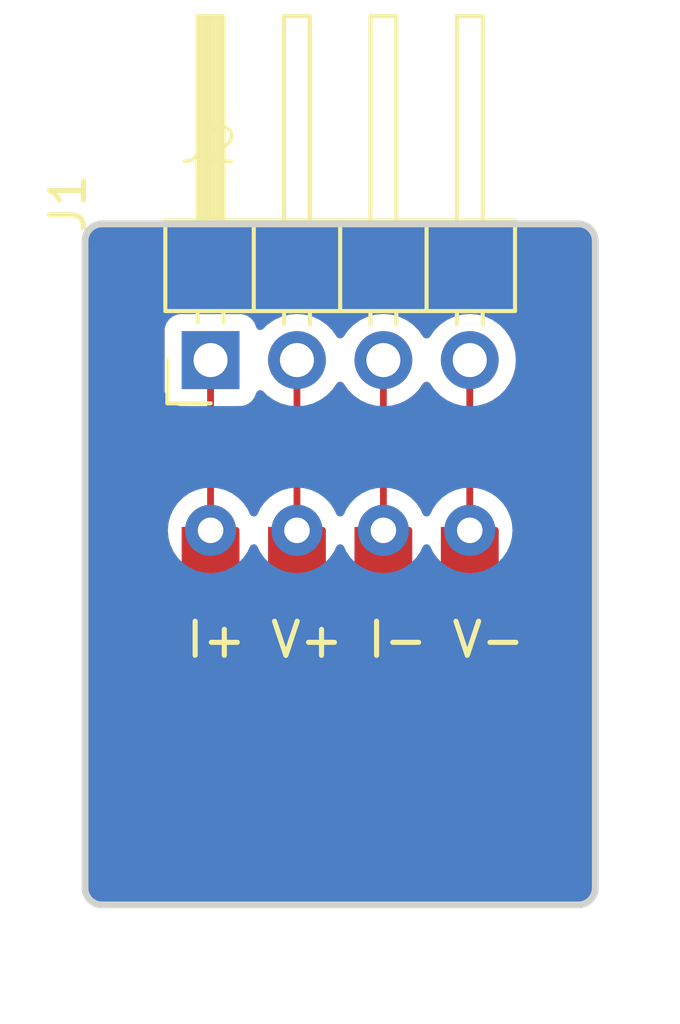
<source format=kicad_pcb>
(kicad_pcb (version 20221018) (generator pcbnew)
  (layers (0 "F.Cu" signal) (31 "B.Cu" signal) (34 "B.Paste" user) (35 "F.Paste" user) (36 "B.SilkS" user "B.Silkscreen") (37 "F.SilkS" user "F.Silkscreen") (38 "B.Mask" user) (39 "F.Mask" user) (44 "Edge.Cuts" user))
  (net 0 "")
  (net 1 "/I+")
  (net 2 "/V+")
  (net 3 "/I-")
  (net 4 "/V-")
  (footprint "0_Library:Solder_pad" (layer "F.Cu") (at -3.81 5)
    (fp_text reference "J2" (at -0.05 -11.3 unlocked) (layer "F.SilkS") (effects (font (thickness 0.1))))
    (fp_text value "Conn_01x04")
    (fp_rect (start -0.75 0) (end 0.75 3) (stroke (width 0.2)) (fill solid) (layer "F.Cu"))
    (fp_rect (start 1.79 0) (end 3.29 3) (stroke (width 0.2)) (fill solid) (layer "F.Cu"))
    (fp_rect (start 4.33 0) (end 5.83 3) (stroke (width 0.2)) (fill solid) (layer "F.Cu"))
    (fp_rect (start 6.87 0) (end 8.37 3) (stroke (width 0.2)) (fill solid) (layer "F.Cu"))
    (pad "1" thru_hole circle (at 0 0) (size 1.5 1.5) (drill 0.75) (layers "*.Cu" "*.Mask") (net 1 "/I+"))
    (pad "2" thru_hole circle (at 2.54 0) (size 1.5 1.5) (drill 0.75) (layers "*.Cu" "*.Mask") (net 2 "/V+"))
    (pad "3" thru_hole circle (at 5.08 0) (size 1.5 1.5) (drill 0.75) (layers "*.Cu" "*.Mask") (net 3 "/I-"))
    (pad "4" thru_hole circle (at 7.62 0) (size 1.5 1.5) (drill 0.75) (layers "*.Cu" "*.Mask") (net 4 "/V-"))
  )
  (footprint "Connector_PinHeader_2.54mm:PinHeader_1x04_P2.54mm_Horizontal" (layer "F.Cu") (at -3.81 0 90)
    (fp_text reference "J1" (at 4.6 -4.19 90) (layer "F.SilkS"))
    (fp_text value "Conn_01x04")
    (fp_line (start -1.27 -1.27) (end 0 -1.27) (stroke (width 0.12)) (layer "F.SilkS"))
    (fp_line (start -1.27 0) (end -1.27 -1.27) (stroke (width 0.12)) (layer "F.SilkS"))
    (fp_line (start 1.042929 2.16) (end 1.44 2.16) (stroke (width 0.12)) (layer "F.SilkS"))
    (fp_line (start 1.042929 2.92) (end 1.44 2.92) (stroke (width 0.12)) (layer "F.SilkS"))
    (fp_line (start 1.042929 4.7) (end 1.44 4.7) (stroke (width 0.12)) (layer "F.SilkS"))
    (fp_line (start 1.042929 5.46) (end 1.44 5.46) (stroke (width 0.12)) (layer "F.SilkS"))
    (fp_line (start 1.042929 7.24) (end 1.44 7.24) (stroke (width 0.12)) (layer "F.SilkS"))
    (fp_line (start 1.042929 8) (end 1.44 8) (stroke (width 0.12)) (layer "F.SilkS"))
    (fp_line (start 1.11 -0.38) (end 1.44 -0.38) (stroke (width 0.12)) (layer "F.SilkS"))
    (fp_line (start 1.11 0.38) (end 1.44 0.38) (stroke (width 0.12)) (layer "F.SilkS"))
    (fp_line (start 1.44 -1.33) (end 1.44 8.95) (stroke (width 0.12)) (layer "F.SilkS"))
    (fp_line (start 1.44 1.27) (end 4.1 1.27) (stroke (width 0.12)) (layer "F.SilkS"))
    (fp_line (start 1.44 3.81) (end 4.1 3.81) (stroke (width 0.12)) (layer "F.SilkS"))
    (fp_line (start 1.44 6.35) (end 4.1 6.35) (stroke (width 0.12)) (layer "F.SilkS"))
    (fp_line (start 1.44 8.95) (end 4.1 8.95) (stroke (width 0.12)) (layer "F.SilkS"))
    (fp_line (start 4.1 -1.33) (end 1.44 -1.33) (stroke (width 0.12)) (layer "F.SilkS"))
    (fp_line (start 4.1 -0.38) (end 10.1 -0.38) (stroke (width 0.12)) (layer "F.SilkS"))
    (fp_line (start 4.1 -0.32) (end 10.1 -0.32) (stroke (width 0.12)) (layer "F.SilkS"))
    (fp_line (start 4.1 -0.2) (end 10.1 -0.2) (stroke (width 0.12)) (layer "F.SilkS"))
    (fp_line (start 4.1 -0.08) (end 10.1 -0.08) (stroke (width 0.12)) (layer "F.SilkS"))
    (fp_line (start 4.1 0.04) (end 10.1 0.04) (stroke (width 0.12)) (layer "F.SilkS"))
    (fp_line (start 4.1 0.16) (end 10.1 0.16) (stroke (width 0.12)) (layer "F.SilkS"))
    (fp_line (start 4.1 0.28) (end 10.1 0.28) (stroke (width 0.12)) (layer "F.SilkS"))
    (fp_line (start 4.1 2.16) (end 10.1 2.16) (stroke (width 0.12)) (layer "F.SilkS"))
    (fp_line (start 4.1 4.7) (end 10.1 4.7) (stroke (width 0.12)) (layer "F.SilkS"))
    (fp_line (start 4.1 7.24) (end 10.1 7.24) (stroke (width 0.12)) (layer "F.SilkS"))
    (fp_line (start 4.1 8.95) (end 4.1 -1.33) (stroke (width 0.12)) (layer "F.SilkS"))
    (fp_line (start 10.1 -0.38) (end 10.1 0.38) (stroke (width 0.12)) (layer "F.SilkS"))
    (fp_line (start 10.1 0.38) (end 4.1 0.38) (stroke (width 0.12)) (layer "F.SilkS"))
    (fp_line (start 10.1 2.16) (end 10.1 2.92) (stroke (width 0.12)) (layer "F.SilkS"))
    (fp_line (start 10.1 2.92) (end 4.1 2.92) (stroke (width 0.12)) (layer "F.SilkS"))
    (fp_line (start 10.1 4.7) (end 10.1 5.46) (stroke (width 0.12)) (layer "F.SilkS"))
    (fp_line (start 10.1 5.46) (end 4.1 5.46) (stroke (width 0.12)) (layer "F.SilkS"))
    (fp_line (start 10.1 7.24) (end 10.1 8) (stroke (width 0.12)) (layer "F.SilkS"))
    (fp_line (start 10.1 8) (end 4.1 8) (stroke (width 0.12)) (layer "F.SilkS"))
    (pad "1" thru_hole rect (at 0 0 90) (size 1.7 1.7) (drill 1) (layers "*.Cu" "*.Mask") (net 1 "/I+"))
    (pad "2" thru_hole oval (at 0 2.54 90) (size 1.7 1.7) (drill 1) (layers "*.Cu" "*.Mask") (net 2 "/V+"))
    (pad "3" thru_hole oval (at 0 5.08 90) (size 1.7 1.7) (drill 1) (layers "*.Cu" "*.Mask") (net 3 "/I-"))
    (pad "4" thru_hole oval (at 0 7.62 90) (size 1.7 1.7) (drill 1) (layers "*.Cu" "*.Mask") (net 4 "/V-"))
  )
  (gr_arc (start 7 -4) (mid 7.353553 -3.853553) (end 7.5 -3.5) (stroke (width 0.2)) (layer "Edge.Cuts"))
  (gr_line (start -7 -4) (end 7 -4) (stroke (width 0.2)) (layer "Edge.Cuts"))
  (gr_arc (start 7.5 15.5) (mid 7.353553 15.853553) (end 7 16) (stroke (width 0.2)) (layer "Edge.Cuts"))
  (gr_arc (start -7.5 -3.5) (mid -7.353553 -3.853553) (end -7 -4) (stroke (width 0.2)) (layer "Edge.Cuts"))
  (gr_line (start 7.5 -3.5) (end 7.5 15.5) (stroke (width 0.2)) (layer "Edge.Cuts"))
  (gr_line (start 7 16) (end -7 16) (stroke (width 0.2)) (layer "Edge.Cuts"))
  (gr_line (start -7.5 15.5) (end -7.5 -3.5) (stroke (width 0.2)) (layer "Edge.Cuts"))
  (gr_arc (start -7 16) (mid -7.353553 15.853553) (end -7.5 15.5) (stroke (width 0.2)) (layer "Edge.Cuts"))
  (gr_text "I+ V+ I- V-" (at -4.6 8.8) (layer "F.SilkS") (effects (font (size 1 1)) (justify left bottom)))
  (segment (start -3.81 0) (end -3.81 4.6) (width 0.2) (layer "F.Cu") (net 1))
  (segment (start -1.27 0) (end -1.27 4.6) (width 0.2) (layer "F.Cu") (net 2))
  (segment (start 1.27 0) (end 1.27 4.6) (width 0.2) (layer "F.Cu") (net 3))
  (segment (start 3.81 0) (end 3.81 4.6) (width 0.2) (layer "F.Cu") (net 4))
  (zone (net 0) (net_name "") (layers "F&B.Cu") (connect_pads (clearance 0.5)) (min_thickness 0.25) (fill yes (thermal_gap 0.5) (thermal_bridge_width 0.5) (island_removal_mode 1) (island_area_min 10))
    (polygon (pts (xy -9.6 -6) (xy 9.6 -6) (xy 10 19.5) (xy -10 18.9)))
  )
)
</source>
